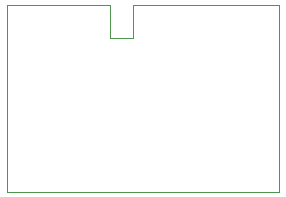
<source format=gko>
G75*
%MOIN*%
%OFA0B0*%
%FSLAX25Y25*%
%IPPOS*%
%LPD*%
%AMOC8*
5,1,8,0,0,1.08239X$1,22.5*
%
%ADD10C,0.00000*%
D10*
X0001000Y0024137D02*
X0091866Y0024137D01*
X0091866Y0086617D01*
X0043126Y0086617D01*
X0043126Y0075712D01*
X0035252Y0075712D01*
X0035252Y0086617D01*
X0001000Y0086617D01*
X0001000Y0024137D01*
X0001000Y0086617D02*
X0001000Y0086633D01*
X0091866Y0086617D02*
X0091866Y0086633D01*
M02*

</source>
